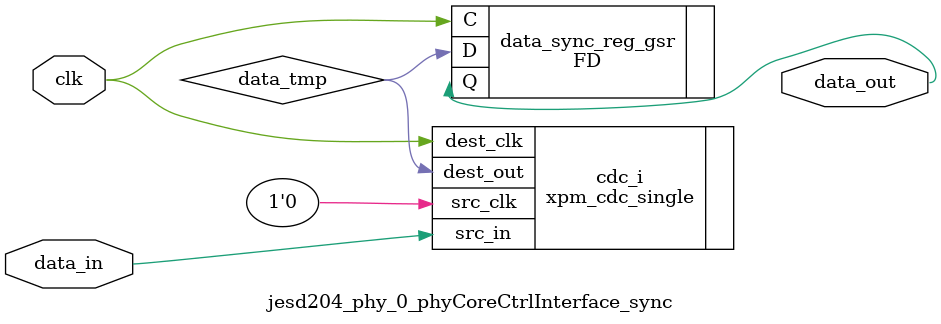
<source format=v>
`timescale 1 ps / 1 ps

`define USE_XPM_CDC
module jesd204_phy_0_phyCoreCtrlInterface_sync #(
  parameter INITIALISE = 1'b0
)
(
  input        clk,              // clock to be sync'ed to
  input        data_in,          // Data to be 'synced'
  output       data_out          // synced data
);

`ifdef USE_XPM_CDC
  wire data_tmp;
  
  // Use the new Xilinx CDC libraries. 
  // This will become standard in future releases
  xpm_cdc_single #(
  .DEST_SYNC_FF  (4), // Number of registers in the destination clock domain to account for MTBF
  .SRC_INPUT_REG (0)  // Determines whether there is an input register in src_clk domain.  
                      // SRC_INPUT_REG = 0, input register is not present
  ) cdc_i  (
  .src_clk  (1'd0     ),	
  .dest_clk (clk      ),	
  .src_in   (data_in  ),
  .dest_out (data_tmp )
  );

  (* ASYNC_REG = "TRUE", SHREG_EXTRACT = "NO" *)
  FD #(
    .INIT (INITIALISE[0])
  ) data_sync_reg_gsr (
    .C  (clk     ),
    .D  (data_tmp),
    .Q  (data_out)
  );

`else
  // Internal Signals
  wire   data_sync0;
  wire   data_sync1;
  wire   data_sync2;
  wire   data_sync3;
  wire   data_sync4;


  (* ASYNC_REG = "TRUE", SHREG_EXTRACT = "NO" *)
  FD #(
    .INIT (INITIALISE[0])
  ) data_sync_reg0 (
    .C  (clk),
    .D  (data_in),
    .Q  (data_sync0)
  );

  (* ASYNC_REG = "TRUE", SHREG_EXTRACT = "NO" *)
  FD #(
   .INIT (INITIALISE[0])
  ) data_sync_reg1 (
  .C  (clk),
  .D  (data_sync0),
  .Q  (data_sync1)
  );

  (* ASYNC_REG = "TRUE", SHREG_EXTRACT = "NO" *)
  FD #(
   .INIT (INITIALISE[0])
  ) data_sync_reg2 (
  .C  (clk),
  .D  (data_sync1),
  .Q  (data_sync2)
  );

  (* ASYNC_REG = "TRUE", SHREG_EXTRACT = "NO" *)
  FD #(
   .INIT (INITIALISE[0])
  ) data_sync_reg3 (
  .C  (clk),
  .D  (data_sync2),
  .Q  (data_sync3)
  );

  (* ASYNC_REG = "TRUE", SHREG_EXTRACT = "NO" *)
  FD #(
   .INIT (INITIALISE[0])
  ) data_sync_reg4 (
  .C  (clk),
  .D  (data_sync3),
  .Q  (data_sync4)
  );
  
  assign data_out = data_sync4;
`endif

endmodule


</source>
